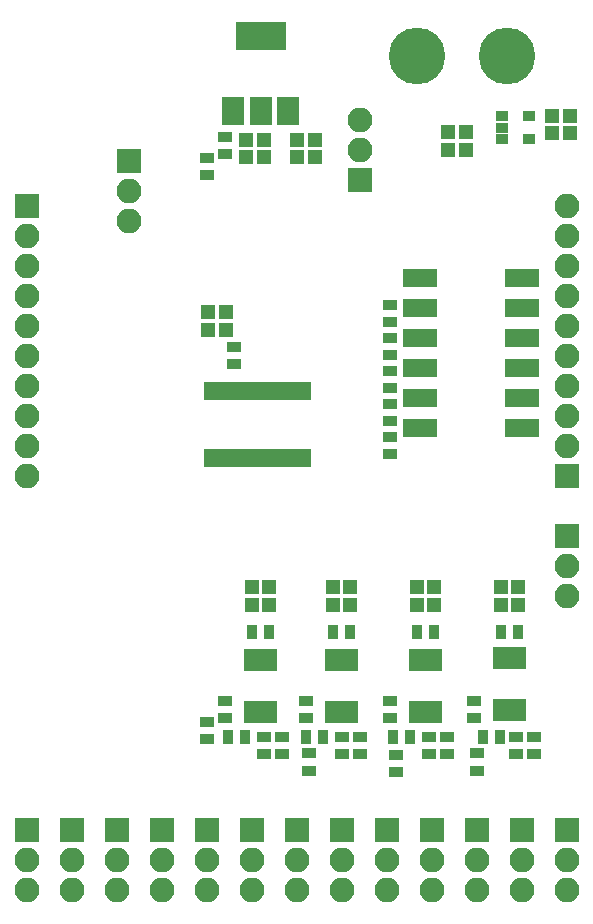
<source format=gts>
G04 #@! TF.FileFunction,Soldermask,Top*
%FSLAX46Y46*%
G04 Gerber Fmt 4.6, Leading zero omitted, Abs format (unit mm)*
G04 Created by KiCad (PCBNEW 4.0.4-stable) date 04/11/18 12:19:16*
%MOMM*%
%LPD*%
G01*
G04 APERTURE LIST*
%ADD10C,0.100000*%
%ADD11C,4.800000*%
%ADD12R,2.100000X2.100000*%
%ADD13O,2.100000X2.100000*%
%ADD14R,2.840000X1.530000*%
%ADD15R,4.200000X2.400000*%
%ADD16R,1.900000X2.400000*%
%ADD17R,1.100000X0.910000*%
%ADD18R,0.800000X1.500000*%
%ADD19R,0.850000X1.850000*%
%ADD20R,1.150000X1.200000*%
%ADD21R,1.200000X1.150000*%
%ADD22R,1.300000X0.900000*%
%ADD23R,0.900000X1.300000*%
G04 APERTURE END LIST*
D10*
D11*
X127000000Y-88900000D03*
X134620000Y-88900000D03*
D12*
X122174000Y-99441000D03*
D13*
X122174000Y-96901000D03*
X122174000Y-94361000D03*
D12*
X93980000Y-101600000D03*
D13*
X93980000Y-104140000D03*
X93980000Y-106680000D03*
X93980000Y-109220000D03*
X93980000Y-111760000D03*
X93980000Y-114300000D03*
X93980000Y-116840000D03*
X93980000Y-119380000D03*
X93980000Y-121920000D03*
X93980000Y-124460000D03*
D12*
X102616000Y-97790000D03*
D13*
X102616000Y-100330000D03*
X102616000Y-102870000D03*
D12*
X139700000Y-124460000D03*
D13*
X139700000Y-121920000D03*
X139700000Y-119380000D03*
X139700000Y-116840000D03*
X139700000Y-114300000D03*
X139700000Y-111760000D03*
X139700000Y-109220000D03*
X139700000Y-106680000D03*
X139700000Y-104140000D03*
X139700000Y-101600000D03*
D12*
X139700000Y-129540000D03*
D13*
X139700000Y-132080000D03*
X139700000Y-134620000D03*
D12*
X93980000Y-154432000D03*
D13*
X93980000Y-156972000D03*
X93980000Y-159512000D03*
D12*
X97790000Y-154432000D03*
D13*
X97790000Y-156972000D03*
X97790000Y-159512000D03*
D12*
X101600000Y-154432000D03*
D13*
X101600000Y-156972000D03*
X101600000Y-159512000D03*
D12*
X105410000Y-154432000D03*
D13*
X105410000Y-156972000D03*
X105410000Y-159512000D03*
D12*
X109220000Y-154432000D03*
D13*
X109220000Y-156972000D03*
X109220000Y-159512000D03*
D12*
X113030000Y-154432000D03*
D13*
X113030000Y-156972000D03*
X113030000Y-159512000D03*
D12*
X116840000Y-154432000D03*
D13*
X116840000Y-156972000D03*
X116840000Y-159512000D03*
D12*
X120650000Y-154432000D03*
D13*
X120650000Y-156972000D03*
X120650000Y-159512000D03*
D12*
X124460000Y-154432000D03*
D13*
X124460000Y-156972000D03*
X124460000Y-159512000D03*
D12*
X128270000Y-154432000D03*
D13*
X128270000Y-156972000D03*
X128270000Y-159512000D03*
D12*
X132080000Y-154432000D03*
D13*
X132080000Y-156972000D03*
X132080000Y-159512000D03*
D12*
X135890000Y-154432000D03*
D13*
X135890000Y-156972000D03*
X135890000Y-159512000D03*
D12*
X139700000Y-154432000D03*
D13*
X139700000Y-156972000D03*
X139700000Y-159512000D03*
D14*
X135890000Y-120396000D03*
X135890000Y-117856000D03*
X135890000Y-115316000D03*
X135890000Y-112776000D03*
X135890000Y-110236000D03*
X135890000Y-107696000D03*
X127290000Y-107696000D03*
X127290000Y-110236000D03*
X127290000Y-112776000D03*
X127290000Y-115316000D03*
X127290000Y-117856000D03*
X127290000Y-120396000D03*
D15*
X113792000Y-87274000D03*
D16*
X113792000Y-93574000D03*
X116092000Y-93574000D03*
X111492000Y-93574000D03*
D17*
X134222000Y-94046000D03*
X134222000Y-94996000D03*
X134222000Y-95946000D03*
X136542000Y-95946000D03*
X136542000Y-94046000D03*
D18*
X109313000Y-122992000D03*
X109963000Y-122992000D03*
X110613000Y-122992000D03*
X111263000Y-122992000D03*
X111913000Y-122992000D03*
X112563000Y-122992000D03*
X113213000Y-122992000D03*
X113863000Y-122992000D03*
X114513000Y-122992000D03*
X115163000Y-122992000D03*
X115813000Y-122992000D03*
X116463000Y-122992000D03*
X117113000Y-122992000D03*
X117763000Y-122992000D03*
X117763000Y-117292000D03*
X117113000Y-117292000D03*
X116463000Y-117292000D03*
X115813000Y-117292000D03*
X115163000Y-117292000D03*
X114513000Y-117292000D03*
X113863000Y-117292000D03*
X113213000Y-117292000D03*
X112563000Y-117292000D03*
X111913000Y-117292000D03*
X111263000Y-117292000D03*
X110613000Y-117292000D03*
X109963000Y-117292000D03*
X109313000Y-117292000D03*
D19*
X126787000Y-144440000D03*
X127437000Y-144440000D03*
X128087000Y-144440000D03*
X128737000Y-144440000D03*
X128737000Y-140040000D03*
X128087000Y-140040000D03*
X127437000Y-140040000D03*
X126787000Y-140040000D03*
X133899000Y-144313000D03*
X134549000Y-144313000D03*
X135199000Y-144313000D03*
X135849000Y-144313000D03*
X135849000Y-139913000D03*
X135199000Y-139913000D03*
X134549000Y-139913000D03*
X133899000Y-139913000D03*
X119675000Y-144440000D03*
X120325000Y-144440000D03*
X120975000Y-144440000D03*
X121625000Y-144440000D03*
X121625000Y-140040000D03*
X120975000Y-140040000D03*
X120325000Y-140040000D03*
X119675000Y-140040000D03*
X112817000Y-144440000D03*
X113467000Y-144440000D03*
X114117000Y-144440000D03*
X114767000Y-144440000D03*
X114767000Y-140040000D03*
X114117000Y-140040000D03*
X113467000Y-140040000D03*
X112817000Y-140040000D03*
D20*
X131191000Y-95389000D03*
X131191000Y-96889000D03*
X116840000Y-97524000D03*
X116840000Y-96024000D03*
X129667000Y-95389000D03*
X129667000Y-96889000D03*
X118364000Y-97524000D03*
X118364000Y-96024000D03*
X138430000Y-95492000D03*
X138430000Y-93992000D03*
X112522000Y-97524000D03*
X112522000Y-96024000D03*
X139954000Y-95492000D03*
X139954000Y-93992000D03*
X114046000Y-97524000D03*
X114046000Y-96024000D03*
D21*
X110859000Y-112141000D03*
X109359000Y-112141000D03*
X110859000Y-110617000D03*
X109359000Y-110617000D03*
X128512000Y-135382000D03*
X127012000Y-135382000D03*
X128512000Y-133858000D03*
X127012000Y-133858000D03*
X135624000Y-133858000D03*
X134124000Y-133858000D03*
X135624000Y-135382000D03*
X134124000Y-135382000D03*
X121400000Y-135382000D03*
X119900000Y-135382000D03*
X121400000Y-133858000D03*
X119900000Y-133858000D03*
X114542000Y-135382000D03*
X113042000Y-135382000D03*
X114542000Y-133858000D03*
X113042000Y-133858000D03*
D22*
X124714000Y-121170000D03*
X124714000Y-122670000D03*
X124714000Y-118376000D03*
X124714000Y-119876000D03*
X110744000Y-95770000D03*
X110744000Y-97270000D03*
X109220000Y-97548000D03*
X109220000Y-99048000D03*
X124714000Y-115582000D03*
X124714000Y-117082000D03*
X124714000Y-112788000D03*
X124714000Y-114288000D03*
X124714000Y-109994000D03*
X124714000Y-111494000D03*
X111506000Y-115050000D03*
X111506000Y-113550000D03*
X128016000Y-146570000D03*
X128016000Y-148070000D03*
X129540000Y-148070000D03*
X129540000Y-146570000D03*
D23*
X124980000Y-146558000D03*
X126480000Y-146558000D03*
D22*
X124714000Y-143522000D03*
X124714000Y-145022000D03*
D23*
X127012000Y-137668000D03*
X128512000Y-137668000D03*
D22*
X135382000Y-146570000D03*
X135382000Y-148070000D03*
X136906000Y-148070000D03*
X136906000Y-146570000D03*
D23*
X132600000Y-146558000D03*
X134100000Y-146558000D03*
D22*
X131826000Y-143522000D03*
X131826000Y-145022000D03*
D23*
X134124000Y-137668000D03*
X135624000Y-137668000D03*
D22*
X120650000Y-146570000D03*
X120650000Y-148070000D03*
X122174000Y-148070000D03*
X122174000Y-146570000D03*
D23*
X117614000Y-146558000D03*
X119114000Y-146558000D03*
D22*
X117602000Y-143522000D03*
X117602000Y-145022000D03*
D23*
X119900000Y-137668000D03*
X121400000Y-137668000D03*
D22*
X114046000Y-146570000D03*
X114046000Y-148070000D03*
X115570000Y-148070000D03*
X115570000Y-146570000D03*
D23*
X111010000Y-146558000D03*
X112510000Y-146558000D03*
D22*
X110744000Y-143522000D03*
X110744000Y-145022000D03*
D23*
X113042000Y-137668000D03*
X114542000Y-137668000D03*
D22*
X125222000Y-149594000D03*
X125222000Y-148094000D03*
X132080000Y-149467000D03*
X132080000Y-147967000D03*
X117856000Y-149467000D03*
X117856000Y-147967000D03*
X109220000Y-145300000D03*
X109220000Y-146800000D03*
M02*

</source>
